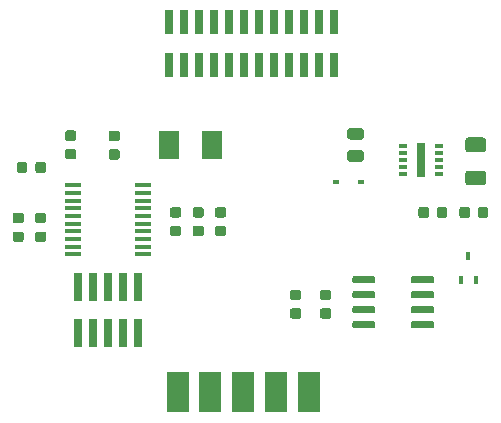
<source format=gbr>
G04 #@! TF.GenerationSoftware,KiCad,Pcbnew,(5.1.2)-1*
G04 #@! TF.CreationDate,2019-06-16T12:12:28+02:00*
G04 #@! TF.ProjectId,STM32CAN,53544d33-3243-4414-9e2e-6b696361645f,rev?*
G04 #@! TF.SameCoordinates,Original*
G04 #@! TF.FileFunction,Paste,Top*
G04 #@! TF.FilePolarity,Positive*
%FSLAX46Y46*%
G04 Gerber Fmt 4.6, Leading zero omitted, Abs format (unit mm)*
G04 Created by KiCad (PCBNEW (5.1.2)-1) date 2019-06-16 12:12:28*
%MOMM*%
%LPD*%
G04 APERTURE LIST*
%ADD10R,1.450000X0.450000*%
%ADD11R,0.750000X2.100000*%
%ADD12C,0.100000*%
%ADD13C,0.875000*%
%ADD14C,0.975000*%
%ADD15C,1.250000*%
%ADD16R,0.600000X0.450000*%
%ADD17R,0.450000X0.700000*%
%ADD18R,0.650000X0.300000*%
%ADD19R,0.700000X2.900000*%
%ADD20R,1.846667X3.480000*%
%ADD21R,0.740000X2.400000*%
%ADD22C,0.600000*%
%ADD23R,1.700000X2.400000*%
G04 APERTURE END LIST*
D10*
X23720000Y-72005000D03*
X23720000Y-72655000D03*
X23720000Y-73305000D03*
X23720000Y-73955000D03*
X23720000Y-74605000D03*
X23720000Y-75255000D03*
X23720000Y-75905000D03*
X23720000Y-76555000D03*
X23720000Y-77205000D03*
X23720000Y-77855000D03*
X29620000Y-77855000D03*
X29620000Y-77205000D03*
X29620000Y-76555000D03*
X29620000Y-75905000D03*
X29620000Y-75255000D03*
X29620000Y-74605000D03*
X29620000Y-73955000D03*
X29620000Y-73305000D03*
X29620000Y-72655000D03*
X29620000Y-72005000D03*
D11*
X31865000Y-58208000D03*
X31865000Y-61808000D03*
X33135000Y-58208000D03*
X33135000Y-61808000D03*
X34405000Y-58208000D03*
X34405000Y-61808000D03*
X35675000Y-58208000D03*
X35675000Y-61808000D03*
X36945000Y-58208000D03*
X36945000Y-61808000D03*
X38215000Y-58208000D03*
X38215000Y-61808000D03*
X39485000Y-58208000D03*
X39485000Y-61808000D03*
X40755000Y-58208000D03*
X40755000Y-61808000D03*
X42025000Y-58208000D03*
X42025000Y-61808000D03*
X43295000Y-58208000D03*
X43295000Y-61808000D03*
X44565000Y-58208000D03*
X44565000Y-61808000D03*
X45835000Y-58208000D03*
X45835000Y-61808000D03*
D12*
G36*
X19327691Y-74341053D02*
G01*
X19348926Y-74344203D01*
X19369750Y-74349419D01*
X19389962Y-74356651D01*
X19409368Y-74365830D01*
X19427781Y-74376866D01*
X19445024Y-74389654D01*
X19460930Y-74404070D01*
X19475346Y-74419976D01*
X19488134Y-74437219D01*
X19499170Y-74455632D01*
X19508349Y-74475038D01*
X19515581Y-74495250D01*
X19520797Y-74516074D01*
X19523947Y-74537309D01*
X19525000Y-74558750D01*
X19525000Y-74996250D01*
X19523947Y-75017691D01*
X19520797Y-75038926D01*
X19515581Y-75059750D01*
X19508349Y-75079962D01*
X19499170Y-75099368D01*
X19488134Y-75117781D01*
X19475346Y-75135024D01*
X19460930Y-75150930D01*
X19445024Y-75165346D01*
X19427781Y-75178134D01*
X19409368Y-75189170D01*
X19389962Y-75198349D01*
X19369750Y-75205581D01*
X19348926Y-75210797D01*
X19327691Y-75213947D01*
X19306250Y-75215000D01*
X18793750Y-75215000D01*
X18772309Y-75213947D01*
X18751074Y-75210797D01*
X18730250Y-75205581D01*
X18710038Y-75198349D01*
X18690632Y-75189170D01*
X18672219Y-75178134D01*
X18654976Y-75165346D01*
X18639070Y-75150930D01*
X18624654Y-75135024D01*
X18611866Y-75117781D01*
X18600830Y-75099368D01*
X18591651Y-75079962D01*
X18584419Y-75059750D01*
X18579203Y-75038926D01*
X18576053Y-75017691D01*
X18575000Y-74996250D01*
X18575000Y-74558750D01*
X18576053Y-74537309D01*
X18579203Y-74516074D01*
X18584419Y-74495250D01*
X18591651Y-74475038D01*
X18600830Y-74455632D01*
X18611866Y-74437219D01*
X18624654Y-74419976D01*
X18639070Y-74404070D01*
X18654976Y-74389654D01*
X18672219Y-74376866D01*
X18690632Y-74365830D01*
X18710038Y-74356651D01*
X18730250Y-74349419D01*
X18751074Y-74344203D01*
X18772309Y-74341053D01*
X18793750Y-74340000D01*
X19306250Y-74340000D01*
X19327691Y-74341053D01*
X19327691Y-74341053D01*
G37*
D13*
X19050000Y-74777500D03*
D12*
G36*
X19327691Y-75916053D02*
G01*
X19348926Y-75919203D01*
X19369750Y-75924419D01*
X19389962Y-75931651D01*
X19409368Y-75940830D01*
X19427781Y-75951866D01*
X19445024Y-75964654D01*
X19460930Y-75979070D01*
X19475346Y-75994976D01*
X19488134Y-76012219D01*
X19499170Y-76030632D01*
X19508349Y-76050038D01*
X19515581Y-76070250D01*
X19520797Y-76091074D01*
X19523947Y-76112309D01*
X19525000Y-76133750D01*
X19525000Y-76571250D01*
X19523947Y-76592691D01*
X19520797Y-76613926D01*
X19515581Y-76634750D01*
X19508349Y-76654962D01*
X19499170Y-76674368D01*
X19488134Y-76692781D01*
X19475346Y-76710024D01*
X19460930Y-76725930D01*
X19445024Y-76740346D01*
X19427781Y-76753134D01*
X19409368Y-76764170D01*
X19389962Y-76773349D01*
X19369750Y-76780581D01*
X19348926Y-76785797D01*
X19327691Y-76788947D01*
X19306250Y-76790000D01*
X18793750Y-76790000D01*
X18772309Y-76788947D01*
X18751074Y-76785797D01*
X18730250Y-76780581D01*
X18710038Y-76773349D01*
X18690632Y-76764170D01*
X18672219Y-76753134D01*
X18654976Y-76740346D01*
X18639070Y-76725930D01*
X18624654Y-76710024D01*
X18611866Y-76692781D01*
X18600830Y-76674368D01*
X18591651Y-76654962D01*
X18584419Y-76634750D01*
X18579203Y-76613926D01*
X18576053Y-76592691D01*
X18575000Y-76571250D01*
X18575000Y-76133750D01*
X18576053Y-76112309D01*
X18579203Y-76091074D01*
X18584419Y-76070250D01*
X18591651Y-76050038D01*
X18600830Y-76030632D01*
X18611866Y-76012219D01*
X18624654Y-75994976D01*
X18639070Y-75979070D01*
X18654976Y-75964654D01*
X18672219Y-75951866D01*
X18690632Y-75940830D01*
X18710038Y-75931651D01*
X18730250Y-75924419D01*
X18751074Y-75919203D01*
X18772309Y-75916053D01*
X18793750Y-75915000D01*
X19306250Y-75915000D01*
X19327691Y-75916053D01*
X19327691Y-75916053D01*
G37*
D13*
X19050000Y-76352500D03*
D12*
G36*
X21232691Y-75916053D02*
G01*
X21253926Y-75919203D01*
X21274750Y-75924419D01*
X21294962Y-75931651D01*
X21314368Y-75940830D01*
X21332781Y-75951866D01*
X21350024Y-75964654D01*
X21365930Y-75979070D01*
X21380346Y-75994976D01*
X21393134Y-76012219D01*
X21404170Y-76030632D01*
X21413349Y-76050038D01*
X21420581Y-76070250D01*
X21425797Y-76091074D01*
X21428947Y-76112309D01*
X21430000Y-76133750D01*
X21430000Y-76571250D01*
X21428947Y-76592691D01*
X21425797Y-76613926D01*
X21420581Y-76634750D01*
X21413349Y-76654962D01*
X21404170Y-76674368D01*
X21393134Y-76692781D01*
X21380346Y-76710024D01*
X21365930Y-76725930D01*
X21350024Y-76740346D01*
X21332781Y-76753134D01*
X21314368Y-76764170D01*
X21294962Y-76773349D01*
X21274750Y-76780581D01*
X21253926Y-76785797D01*
X21232691Y-76788947D01*
X21211250Y-76790000D01*
X20698750Y-76790000D01*
X20677309Y-76788947D01*
X20656074Y-76785797D01*
X20635250Y-76780581D01*
X20615038Y-76773349D01*
X20595632Y-76764170D01*
X20577219Y-76753134D01*
X20559976Y-76740346D01*
X20544070Y-76725930D01*
X20529654Y-76710024D01*
X20516866Y-76692781D01*
X20505830Y-76674368D01*
X20496651Y-76654962D01*
X20489419Y-76634750D01*
X20484203Y-76613926D01*
X20481053Y-76592691D01*
X20480000Y-76571250D01*
X20480000Y-76133750D01*
X20481053Y-76112309D01*
X20484203Y-76091074D01*
X20489419Y-76070250D01*
X20496651Y-76050038D01*
X20505830Y-76030632D01*
X20516866Y-76012219D01*
X20529654Y-75994976D01*
X20544070Y-75979070D01*
X20559976Y-75964654D01*
X20577219Y-75951866D01*
X20595632Y-75940830D01*
X20615038Y-75931651D01*
X20635250Y-75924419D01*
X20656074Y-75919203D01*
X20677309Y-75916053D01*
X20698750Y-75915000D01*
X21211250Y-75915000D01*
X21232691Y-75916053D01*
X21232691Y-75916053D01*
G37*
D13*
X20955000Y-76352500D03*
D12*
G36*
X21232691Y-74341053D02*
G01*
X21253926Y-74344203D01*
X21274750Y-74349419D01*
X21294962Y-74356651D01*
X21314368Y-74365830D01*
X21332781Y-74376866D01*
X21350024Y-74389654D01*
X21365930Y-74404070D01*
X21380346Y-74419976D01*
X21393134Y-74437219D01*
X21404170Y-74455632D01*
X21413349Y-74475038D01*
X21420581Y-74495250D01*
X21425797Y-74516074D01*
X21428947Y-74537309D01*
X21430000Y-74558750D01*
X21430000Y-74996250D01*
X21428947Y-75017691D01*
X21425797Y-75038926D01*
X21420581Y-75059750D01*
X21413349Y-75079962D01*
X21404170Y-75099368D01*
X21393134Y-75117781D01*
X21380346Y-75135024D01*
X21365930Y-75150930D01*
X21350024Y-75165346D01*
X21332781Y-75178134D01*
X21314368Y-75189170D01*
X21294962Y-75198349D01*
X21274750Y-75205581D01*
X21253926Y-75210797D01*
X21232691Y-75213947D01*
X21211250Y-75215000D01*
X20698750Y-75215000D01*
X20677309Y-75213947D01*
X20656074Y-75210797D01*
X20635250Y-75205581D01*
X20615038Y-75198349D01*
X20595632Y-75189170D01*
X20577219Y-75178134D01*
X20559976Y-75165346D01*
X20544070Y-75150930D01*
X20529654Y-75135024D01*
X20516866Y-75117781D01*
X20505830Y-75099368D01*
X20496651Y-75079962D01*
X20489419Y-75059750D01*
X20484203Y-75038926D01*
X20481053Y-75017691D01*
X20480000Y-74996250D01*
X20480000Y-74558750D01*
X20481053Y-74537309D01*
X20484203Y-74516074D01*
X20489419Y-74495250D01*
X20496651Y-74475038D01*
X20505830Y-74455632D01*
X20516866Y-74437219D01*
X20529654Y-74419976D01*
X20544070Y-74404070D01*
X20559976Y-74389654D01*
X20577219Y-74376866D01*
X20595632Y-74365830D01*
X20615038Y-74356651D01*
X20635250Y-74349419D01*
X20656074Y-74344203D01*
X20677309Y-74341053D01*
X20698750Y-74340000D01*
X21211250Y-74340000D01*
X21232691Y-74341053D01*
X21232691Y-74341053D01*
G37*
D13*
X20955000Y-74777500D03*
D12*
G36*
X32662691Y-73858553D02*
G01*
X32683926Y-73861703D01*
X32704750Y-73866919D01*
X32724962Y-73874151D01*
X32744368Y-73883330D01*
X32762781Y-73894366D01*
X32780024Y-73907154D01*
X32795930Y-73921570D01*
X32810346Y-73937476D01*
X32823134Y-73954719D01*
X32834170Y-73973132D01*
X32843349Y-73992538D01*
X32850581Y-74012750D01*
X32855797Y-74033574D01*
X32858947Y-74054809D01*
X32860000Y-74076250D01*
X32860000Y-74513750D01*
X32858947Y-74535191D01*
X32855797Y-74556426D01*
X32850581Y-74577250D01*
X32843349Y-74597462D01*
X32834170Y-74616868D01*
X32823134Y-74635281D01*
X32810346Y-74652524D01*
X32795930Y-74668430D01*
X32780024Y-74682846D01*
X32762781Y-74695634D01*
X32744368Y-74706670D01*
X32724962Y-74715849D01*
X32704750Y-74723081D01*
X32683926Y-74728297D01*
X32662691Y-74731447D01*
X32641250Y-74732500D01*
X32128750Y-74732500D01*
X32107309Y-74731447D01*
X32086074Y-74728297D01*
X32065250Y-74723081D01*
X32045038Y-74715849D01*
X32025632Y-74706670D01*
X32007219Y-74695634D01*
X31989976Y-74682846D01*
X31974070Y-74668430D01*
X31959654Y-74652524D01*
X31946866Y-74635281D01*
X31935830Y-74616868D01*
X31926651Y-74597462D01*
X31919419Y-74577250D01*
X31914203Y-74556426D01*
X31911053Y-74535191D01*
X31910000Y-74513750D01*
X31910000Y-74076250D01*
X31911053Y-74054809D01*
X31914203Y-74033574D01*
X31919419Y-74012750D01*
X31926651Y-73992538D01*
X31935830Y-73973132D01*
X31946866Y-73954719D01*
X31959654Y-73937476D01*
X31974070Y-73921570D01*
X31989976Y-73907154D01*
X32007219Y-73894366D01*
X32025632Y-73883330D01*
X32045038Y-73874151D01*
X32065250Y-73866919D01*
X32086074Y-73861703D01*
X32107309Y-73858553D01*
X32128750Y-73857500D01*
X32641250Y-73857500D01*
X32662691Y-73858553D01*
X32662691Y-73858553D01*
G37*
D13*
X32385000Y-74295000D03*
D12*
G36*
X32662691Y-75433553D02*
G01*
X32683926Y-75436703D01*
X32704750Y-75441919D01*
X32724962Y-75449151D01*
X32744368Y-75458330D01*
X32762781Y-75469366D01*
X32780024Y-75482154D01*
X32795930Y-75496570D01*
X32810346Y-75512476D01*
X32823134Y-75529719D01*
X32834170Y-75548132D01*
X32843349Y-75567538D01*
X32850581Y-75587750D01*
X32855797Y-75608574D01*
X32858947Y-75629809D01*
X32860000Y-75651250D01*
X32860000Y-76088750D01*
X32858947Y-76110191D01*
X32855797Y-76131426D01*
X32850581Y-76152250D01*
X32843349Y-76172462D01*
X32834170Y-76191868D01*
X32823134Y-76210281D01*
X32810346Y-76227524D01*
X32795930Y-76243430D01*
X32780024Y-76257846D01*
X32762781Y-76270634D01*
X32744368Y-76281670D01*
X32724962Y-76290849D01*
X32704750Y-76298081D01*
X32683926Y-76303297D01*
X32662691Y-76306447D01*
X32641250Y-76307500D01*
X32128750Y-76307500D01*
X32107309Y-76306447D01*
X32086074Y-76303297D01*
X32065250Y-76298081D01*
X32045038Y-76290849D01*
X32025632Y-76281670D01*
X32007219Y-76270634D01*
X31989976Y-76257846D01*
X31974070Y-76243430D01*
X31959654Y-76227524D01*
X31946866Y-76210281D01*
X31935830Y-76191868D01*
X31926651Y-76172462D01*
X31919419Y-76152250D01*
X31914203Y-76131426D01*
X31911053Y-76110191D01*
X31910000Y-76088750D01*
X31910000Y-75651250D01*
X31911053Y-75629809D01*
X31914203Y-75608574D01*
X31919419Y-75587750D01*
X31926651Y-75567538D01*
X31935830Y-75548132D01*
X31946866Y-75529719D01*
X31959654Y-75512476D01*
X31974070Y-75496570D01*
X31989976Y-75482154D01*
X32007219Y-75469366D01*
X32025632Y-75458330D01*
X32045038Y-75449151D01*
X32065250Y-75441919D01*
X32086074Y-75436703D01*
X32107309Y-75433553D01*
X32128750Y-75432500D01*
X32641250Y-75432500D01*
X32662691Y-75433553D01*
X32662691Y-75433553D01*
G37*
D13*
X32385000Y-75870000D03*
D12*
G36*
X34567691Y-75433553D02*
G01*
X34588926Y-75436703D01*
X34609750Y-75441919D01*
X34629962Y-75449151D01*
X34649368Y-75458330D01*
X34667781Y-75469366D01*
X34685024Y-75482154D01*
X34700930Y-75496570D01*
X34715346Y-75512476D01*
X34728134Y-75529719D01*
X34739170Y-75548132D01*
X34748349Y-75567538D01*
X34755581Y-75587750D01*
X34760797Y-75608574D01*
X34763947Y-75629809D01*
X34765000Y-75651250D01*
X34765000Y-76088750D01*
X34763947Y-76110191D01*
X34760797Y-76131426D01*
X34755581Y-76152250D01*
X34748349Y-76172462D01*
X34739170Y-76191868D01*
X34728134Y-76210281D01*
X34715346Y-76227524D01*
X34700930Y-76243430D01*
X34685024Y-76257846D01*
X34667781Y-76270634D01*
X34649368Y-76281670D01*
X34629962Y-76290849D01*
X34609750Y-76298081D01*
X34588926Y-76303297D01*
X34567691Y-76306447D01*
X34546250Y-76307500D01*
X34033750Y-76307500D01*
X34012309Y-76306447D01*
X33991074Y-76303297D01*
X33970250Y-76298081D01*
X33950038Y-76290849D01*
X33930632Y-76281670D01*
X33912219Y-76270634D01*
X33894976Y-76257846D01*
X33879070Y-76243430D01*
X33864654Y-76227524D01*
X33851866Y-76210281D01*
X33840830Y-76191868D01*
X33831651Y-76172462D01*
X33824419Y-76152250D01*
X33819203Y-76131426D01*
X33816053Y-76110191D01*
X33815000Y-76088750D01*
X33815000Y-75651250D01*
X33816053Y-75629809D01*
X33819203Y-75608574D01*
X33824419Y-75587750D01*
X33831651Y-75567538D01*
X33840830Y-75548132D01*
X33851866Y-75529719D01*
X33864654Y-75512476D01*
X33879070Y-75496570D01*
X33894976Y-75482154D01*
X33912219Y-75469366D01*
X33930632Y-75458330D01*
X33950038Y-75449151D01*
X33970250Y-75441919D01*
X33991074Y-75436703D01*
X34012309Y-75433553D01*
X34033750Y-75432500D01*
X34546250Y-75432500D01*
X34567691Y-75433553D01*
X34567691Y-75433553D01*
G37*
D13*
X34290000Y-75870000D03*
D12*
G36*
X34567691Y-73858553D02*
G01*
X34588926Y-73861703D01*
X34609750Y-73866919D01*
X34629962Y-73874151D01*
X34649368Y-73883330D01*
X34667781Y-73894366D01*
X34685024Y-73907154D01*
X34700930Y-73921570D01*
X34715346Y-73937476D01*
X34728134Y-73954719D01*
X34739170Y-73973132D01*
X34748349Y-73992538D01*
X34755581Y-74012750D01*
X34760797Y-74033574D01*
X34763947Y-74054809D01*
X34765000Y-74076250D01*
X34765000Y-74513750D01*
X34763947Y-74535191D01*
X34760797Y-74556426D01*
X34755581Y-74577250D01*
X34748349Y-74597462D01*
X34739170Y-74616868D01*
X34728134Y-74635281D01*
X34715346Y-74652524D01*
X34700930Y-74668430D01*
X34685024Y-74682846D01*
X34667781Y-74695634D01*
X34649368Y-74706670D01*
X34629962Y-74715849D01*
X34609750Y-74723081D01*
X34588926Y-74728297D01*
X34567691Y-74731447D01*
X34546250Y-74732500D01*
X34033750Y-74732500D01*
X34012309Y-74731447D01*
X33991074Y-74728297D01*
X33970250Y-74723081D01*
X33950038Y-74715849D01*
X33930632Y-74706670D01*
X33912219Y-74695634D01*
X33894976Y-74682846D01*
X33879070Y-74668430D01*
X33864654Y-74652524D01*
X33851866Y-74635281D01*
X33840830Y-74616868D01*
X33831651Y-74597462D01*
X33824419Y-74577250D01*
X33819203Y-74556426D01*
X33816053Y-74535191D01*
X33815000Y-74513750D01*
X33815000Y-74076250D01*
X33816053Y-74054809D01*
X33819203Y-74033574D01*
X33824419Y-74012750D01*
X33831651Y-73992538D01*
X33840830Y-73973132D01*
X33851866Y-73954719D01*
X33864654Y-73937476D01*
X33879070Y-73921570D01*
X33894976Y-73907154D01*
X33912219Y-73894366D01*
X33930632Y-73883330D01*
X33950038Y-73874151D01*
X33970250Y-73866919D01*
X33991074Y-73861703D01*
X34012309Y-73858553D01*
X34033750Y-73857500D01*
X34546250Y-73857500D01*
X34567691Y-73858553D01*
X34567691Y-73858553D01*
G37*
D13*
X34290000Y-74295000D03*
D12*
G36*
X36472691Y-73858553D02*
G01*
X36493926Y-73861703D01*
X36514750Y-73866919D01*
X36534962Y-73874151D01*
X36554368Y-73883330D01*
X36572781Y-73894366D01*
X36590024Y-73907154D01*
X36605930Y-73921570D01*
X36620346Y-73937476D01*
X36633134Y-73954719D01*
X36644170Y-73973132D01*
X36653349Y-73992538D01*
X36660581Y-74012750D01*
X36665797Y-74033574D01*
X36668947Y-74054809D01*
X36670000Y-74076250D01*
X36670000Y-74513750D01*
X36668947Y-74535191D01*
X36665797Y-74556426D01*
X36660581Y-74577250D01*
X36653349Y-74597462D01*
X36644170Y-74616868D01*
X36633134Y-74635281D01*
X36620346Y-74652524D01*
X36605930Y-74668430D01*
X36590024Y-74682846D01*
X36572781Y-74695634D01*
X36554368Y-74706670D01*
X36534962Y-74715849D01*
X36514750Y-74723081D01*
X36493926Y-74728297D01*
X36472691Y-74731447D01*
X36451250Y-74732500D01*
X35938750Y-74732500D01*
X35917309Y-74731447D01*
X35896074Y-74728297D01*
X35875250Y-74723081D01*
X35855038Y-74715849D01*
X35835632Y-74706670D01*
X35817219Y-74695634D01*
X35799976Y-74682846D01*
X35784070Y-74668430D01*
X35769654Y-74652524D01*
X35756866Y-74635281D01*
X35745830Y-74616868D01*
X35736651Y-74597462D01*
X35729419Y-74577250D01*
X35724203Y-74556426D01*
X35721053Y-74535191D01*
X35720000Y-74513750D01*
X35720000Y-74076250D01*
X35721053Y-74054809D01*
X35724203Y-74033574D01*
X35729419Y-74012750D01*
X35736651Y-73992538D01*
X35745830Y-73973132D01*
X35756866Y-73954719D01*
X35769654Y-73937476D01*
X35784070Y-73921570D01*
X35799976Y-73907154D01*
X35817219Y-73894366D01*
X35835632Y-73883330D01*
X35855038Y-73874151D01*
X35875250Y-73866919D01*
X35896074Y-73861703D01*
X35917309Y-73858553D01*
X35938750Y-73857500D01*
X36451250Y-73857500D01*
X36472691Y-73858553D01*
X36472691Y-73858553D01*
G37*
D13*
X36195000Y-74295000D03*
D12*
G36*
X36472691Y-75433553D02*
G01*
X36493926Y-75436703D01*
X36514750Y-75441919D01*
X36534962Y-75449151D01*
X36554368Y-75458330D01*
X36572781Y-75469366D01*
X36590024Y-75482154D01*
X36605930Y-75496570D01*
X36620346Y-75512476D01*
X36633134Y-75529719D01*
X36644170Y-75548132D01*
X36653349Y-75567538D01*
X36660581Y-75587750D01*
X36665797Y-75608574D01*
X36668947Y-75629809D01*
X36670000Y-75651250D01*
X36670000Y-76088750D01*
X36668947Y-76110191D01*
X36665797Y-76131426D01*
X36660581Y-76152250D01*
X36653349Y-76172462D01*
X36644170Y-76191868D01*
X36633134Y-76210281D01*
X36620346Y-76227524D01*
X36605930Y-76243430D01*
X36590024Y-76257846D01*
X36572781Y-76270634D01*
X36554368Y-76281670D01*
X36534962Y-76290849D01*
X36514750Y-76298081D01*
X36493926Y-76303297D01*
X36472691Y-76306447D01*
X36451250Y-76307500D01*
X35938750Y-76307500D01*
X35917309Y-76306447D01*
X35896074Y-76303297D01*
X35875250Y-76298081D01*
X35855038Y-76290849D01*
X35835632Y-76281670D01*
X35817219Y-76270634D01*
X35799976Y-76257846D01*
X35784070Y-76243430D01*
X35769654Y-76227524D01*
X35756866Y-76210281D01*
X35745830Y-76191868D01*
X35736651Y-76172462D01*
X35729419Y-76152250D01*
X35724203Y-76131426D01*
X35721053Y-76110191D01*
X35720000Y-76088750D01*
X35720000Y-75651250D01*
X35721053Y-75629809D01*
X35724203Y-75608574D01*
X35729419Y-75587750D01*
X35736651Y-75567538D01*
X35745830Y-75548132D01*
X35756866Y-75529719D01*
X35769654Y-75512476D01*
X35784070Y-75496570D01*
X35799976Y-75482154D01*
X35817219Y-75469366D01*
X35835632Y-75458330D01*
X35855038Y-75449151D01*
X35875250Y-75441919D01*
X35896074Y-75436703D01*
X35917309Y-75433553D01*
X35938750Y-75432500D01*
X36451250Y-75432500D01*
X36472691Y-75433553D01*
X36472691Y-75433553D01*
G37*
D13*
X36195000Y-75870000D03*
D12*
G36*
X27455691Y-67381553D02*
G01*
X27476926Y-67384703D01*
X27497750Y-67389919D01*
X27517962Y-67397151D01*
X27537368Y-67406330D01*
X27555781Y-67417366D01*
X27573024Y-67430154D01*
X27588930Y-67444570D01*
X27603346Y-67460476D01*
X27616134Y-67477719D01*
X27627170Y-67496132D01*
X27636349Y-67515538D01*
X27643581Y-67535750D01*
X27648797Y-67556574D01*
X27651947Y-67577809D01*
X27653000Y-67599250D01*
X27653000Y-68036750D01*
X27651947Y-68058191D01*
X27648797Y-68079426D01*
X27643581Y-68100250D01*
X27636349Y-68120462D01*
X27627170Y-68139868D01*
X27616134Y-68158281D01*
X27603346Y-68175524D01*
X27588930Y-68191430D01*
X27573024Y-68205846D01*
X27555781Y-68218634D01*
X27537368Y-68229670D01*
X27517962Y-68238849D01*
X27497750Y-68246081D01*
X27476926Y-68251297D01*
X27455691Y-68254447D01*
X27434250Y-68255500D01*
X26921750Y-68255500D01*
X26900309Y-68254447D01*
X26879074Y-68251297D01*
X26858250Y-68246081D01*
X26838038Y-68238849D01*
X26818632Y-68229670D01*
X26800219Y-68218634D01*
X26782976Y-68205846D01*
X26767070Y-68191430D01*
X26752654Y-68175524D01*
X26739866Y-68158281D01*
X26728830Y-68139868D01*
X26719651Y-68120462D01*
X26712419Y-68100250D01*
X26707203Y-68079426D01*
X26704053Y-68058191D01*
X26703000Y-68036750D01*
X26703000Y-67599250D01*
X26704053Y-67577809D01*
X26707203Y-67556574D01*
X26712419Y-67535750D01*
X26719651Y-67515538D01*
X26728830Y-67496132D01*
X26739866Y-67477719D01*
X26752654Y-67460476D01*
X26767070Y-67444570D01*
X26782976Y-67430154D01*
X26800219Y-67417366D01*
X26818632Y-67406330D01*
X26838038Y-67397151D01*
X26858250Y-67389919D01*
X26879074Y-67384703D01*
X26900309Y-67381553D01*
X26921750Y-67380500D01*
X27434250Y-67380500D01*
X27455691Y-67381553D01*
X27455691Y-67381553D01*
G37*
D13*
X27178000Y-67818000D03*
D12*
G36*
X27455691Y-68956553D02*
G01*
X27476926Y-68959703D01*
X27497750Y-68964919D01*
X27517962Y-68972151D01*
X27537368Y-68981330D01*
X27555781Y-68992366D01*
X27573024Y-69005154D01*
X27588930Y-69019570D01*
X27603346Y-69035476D01*
X27616134Y-69052719D01*
X27627170Y-69071132D01*
X27636349Y-69090538D01*
X27643581Y-69110750D01*
X27648797Y-69131574D01*
X27651947Y-69152809D01*
X27653000Y-69174250D01*
X27653000Y-69611750D01*
X27651947Y-69633191D01*
X27648797Y-69654426D01*
X27643581Y-69675250D01*
X27636349Y-69695462D01*
X27627170Y-69714868D01*
X27616134Y-69733281D01*
X27603346Y-69750524D01*
X27588930Y-69766430D01*
X27573024Y-69780846D01*
X27555781Y-69793634D01*
X27537368Y-69804670D01*
X27517962Y-69813849D01*
X27497750Y-69821081D01*
X27476926Y-69826297D01*
X27455691Y-69829447D01*
X27434250Y-69830500D01*
X26921750Y-69830500D01*
X26900309Y-69829447D01*
X26879074Y-69826297D01*
X26858250Y-69821081D01*
X26838038Y-69813849D01*
X26818632Y-69804670D01*
X26800219Y-69793634D01*
X26782976Y-69780846D01*
X26767070Y-69766430D01*
X26752654Y-69750524D01*
X26739866Y-69733281D01*
X26728830Y-69714868D01*
X26719651Y-69695462D01*
X26712419Y-69675250D01*
X26707203Y-69654426D01*
X26704053Y-69633191D01*
X26703000Y-69611750D01*
X26703000Y-69174250D01*
X26704053Y-69152809D01*
X26707203Y-69131574D01*
X26712419Y-69110750D01*
X26719651Y-69090538D01*
X26728830Y-69071132D01*
X26739866Y-69052719D01*
X26752654Y-69035476D01*
X26767070Y-69019570D01*
X26782976Y-69005154D01*
X26800219Y-68992366D01*
X26818632Y-68981330D01*
X26838038Y-68972151D01*
X26858250Y-68964919D01*
X26879074Y-68959703D01*
X26900309Y-68956553D01*
X26921750Y-68955500D01*
X27434250Y-68955500D01*
X27455691Y-68956553D01*
X27455691Y-68956553D01*
G37*
D13*
X27178000Y-69393000D03*
D12*
G36*
X23772691Y-67356053D02*
G01*
X23793926Y-67359203D01*
X23814750Y-67364419D01*
X23834962Y-67371651D01*
X23854368Y-67380830D01*
X23872781Y-67391866D01*
X23890024Y-67404654D01*
X23905930Y-67419070D01*
X23920346Y-67434976D01*
X23933134Y-67452219D01*
X23944170Y-67470632D01*
X23953349Y-67490038D01*
X23960581Y-67510250D01*
X23965797Y-67531074D01*
X23968947Y-67552309D01*
X23970000Y-67573750D01*
X23970000Y-68011250D01*
X23968947Y-68032691D01*
X23965797Y-68053926D01*
X23960581Y-68074750D01*
X23953349Y-68094962D01*
X23944170Y-68114368D01*
X23933134Y-68132781D01*
X23920346Y-68150024D01*
X23905930Y-68165930D01*
X23890024Y-68180346D01*
X23872781Y-68193134D01*
X23854368Y-68204170D01*
X23834962Y-68213349D01*
X23814750Y-68220581D01*
X23793926Y-68225797D01*
X23772691Y-68228947D01*
X23751250Y-68230000D01*
X23238750Y-68230000D01*
X23217309Y-68228947D01*
X23196074Y-68225797D01*
X23175250Y-68220581D01*
X23155038Y-68213349D01*
X23135632Y-68204170D01*
X23117219Y-68193134D01*
X23099976Y-68180346D01*
X23084070Y-68165930D01*
X23069654Y-68150024D01*
X23056866Y-68132781D01*
X23045830Y-68114368D01*
X23036651Y-68094962D01*
X23029419Y-68074750D01*
X23024203Y-68053926D01*
X23021053Y-68032691D01*
X23020000Y-68011250D01*
X23020000Y-67573750D01*
X23021053Y-67552309D01*
X23024203Y-67531074D01*
X23029419Y-67510250D01*
X23036651Y-67490038D01*
X23045830Y-67470632D01*
X23056866Y-67452219D01*
X23069654Y-67434976D01*
X23084070Y-67419070D01*
X23099976Y-67404654D01*
X23117219Y-67391866D01*
X23135632Y-67380830D01*
X23155038Y-67371651D01*
X23175250Y-67364419D01*
X23196074Y-67359203D01*
X23217309Y-67356053D01*
X23238750Y-67355000D01*
X23751250Y-67355000D01*
X23772691Y-67356053D01*
X23772691Y-67356053D01*
G37*
D13*
X23495000Y-67792500D03*
D12*
G36*
X23772691Y-68931053D02*
G01*
X23793926Y-68934203D01*
X23814750Y-68939419D01*
X23834962Y-68946651D01*
X23854368Y-68955830D01*
X23872781Y-68966866D01*
X23890024Y-68979654D01*
X23905930Y-68994070D01*
X23920346Y-69009976D01*
X23933134Y-69027219D01*
X23944170Y-69045632D01*
X23953349Y-69065038D01*
X23960581Y-69085250D01*
X23965797Y-69106074D01*
X23968947Y-69127309D01*
X23970000Y-69148750D01*
X23970000Y-69586250D01*
X23968947Y-69607691D01*
X23965797Y-69628926D01*
X23960581Y-69649750D01*
X23953349Y-69669962D01*
X23944170Y-69689368D01*
X23933134Y-69707781D01*
X23920346Y-69725024D01*
X23905930Y-69740930D01*
X23890024Y-69755346D01*
X23872781Y-69768134D01*
X23854368Y-69779170D01*
X23834962Y-69788349D01*
X23814750Y-69795581D01*
X23793926Y-69800797D01*
X23772691Y-69803947D01*
X23751250Y-69805000D01*
X23238750Y-69805000D01*
X23217309Y-69803947D01*
X23196074Y-69800797D01*
X23175250Y-69795581D01*
X23155038Y-69788349D01*
X23135632Y-69779170D01*
X23117219Y-69768134D01*
X23099976Y-69755346D01*
X23084070Y-69740930D01*
X23069654Y-69725024D01*
X23056866Y-69707781D01*
X23045830Y-69689368D01*
X23036651Y-69669962D01*
X23029419Y-69649750D01*
X23024203Y-69628926D01*
X23021053Y-69607691D01*
X23020000Y-69586250D01*
X23020000Y-69148750D01*
X23021053Y-69127309D01*
X23024203Y-69106074D01*
X23029419Y-69085250D01*
X23036651Y-69065038D01*
X23045830Y-69045632D01*
X23056866Y-69027219D01*
X23069654Y-69009976D01*
X23084070Y-68994070D01*
X23099976Y-68979654D01*
X23117219Y-68966866D01*
X23135632Y-68955830D01*
X23155038Y-68946651D01*
X23175250Y-68939419D01*
X23196074Y-68934203D01*
X23217309Y-68931053D01*
X23238750Y-68930000D01*
X23751250Y-68930000D01*
X23772691Y-68931053D01*
X23772691Y-68931053D01*
G37*
D13*
X23495000Y-69367500D03*
D12*
G36*
X45362691Y-82418553D02*
G01*
X45383926Y-82421703D01*
X45404750Y-82426919D01*
X45424962Y-82434151D01*
X45444368Y-82443330D01*
X45462781Y-82454366D01*
X45480024Y-82467154D01*
X45495930Y-82481570D01*
X45510346Y-82497476D01*
X45523134Y-82514719D01*
X45534170Y-82533132D01*
X45543349Y-82552538D01*
X45550581Y-82572750D01*
X45555797Y-82593574D01*
X45558947Y-82614809D01*
X45560000Y-82636250D01*
X45560000Y-83073750D01*
X45558947Y-83095191D01*
X45555797Y-83116426D01*
X45550581Y-83137250D01*
X45543349Y-83157462D01*
X45534170Y-83176868D01*
X45523134Y-83195281D01*
X45510346Y-83212524D01*
X45495930Y-83228430D01*
X45480024Y-83242846D01*
X45462781Y-83255634D01*
X45444368Y-83266670D01*
X45424962Y-83275849D01*
X45404750Y-83283081D01*
X45383926Y-83288297D01*
X45362691Y-83291447D01*
X45341250Y-83292500D01*
X44828750Y-83292500D01*
X44807309Y-83291447D01*
X44786074Y-83288297D01*
X44765250Y-83283081D01*
X44745038Y-83275849D01*
X44725632Y-83266670D01*
X44707219Y-83255634D01*
X44689976Y-83242846D01*
X44674070Y-83228430D01*
X44659654Y-83212524D01*
X44646866Y-83195281D01*
X44635830Y-83176868D01*
X44626651Y-83157462D01*
X44619419Y-83137250D01*
X44614203Y-83116426D01*
X44611053Y-83095191D01*
X44610000Y-83073750D01*
X44610000Y-82636250D01*
X44611053Y-82614809D01*
X44614203Y-82593574D01*
X44619419Y-82572750D01*
X44626651Y-82552538D01*
X44635830Y-82533132D01*
X44646866Y-82514719D01*
X44659654Y-82497476D01*
X44674070Y-82481570D01*
X44689976Y-82467154D01*
X44707219Y-82454366D01*
X44725632Y-82443330D01*
X44745038Y-82434151D01*
X44765250Y-82426919D01*
X44786074Y-82421703D01*
X44807309Y-82418553D01*
X44828750Y-82417500D01*
X45341250Y-82417500D01*
X45362691Y-82418553D01*
X45362691Y-82418553D01*
G37*
D13*
X45085000Y-82855000D03*
D12*
G36*
X45362691Y-80843553D02*
G01*
X45383926Y-80846703D01*
X45404750Y-80851919D01*
X45424962Y-80859151D01*
X45444368Y-80868330D01*
X45462781Y-80879366D01*
X45480024Y-80892154D01*
X45495930Y-80906570D01*
X45510346Y-80922476D01*
X45523134Y-80939719D01*
X45534170Y-80958132D01*
X45543349Y-80977538D01*
X45550581Y-80997750D01*
X45555797Y-81018574D01*
X45558947Y-81039809D01*
X45560000Y-81061250D01*
X45560000Y-81498750D01*
X45558947Y-81520191D01*
X45555797Y-81541426D01*
X45550581Y-81562250D01*
X45543349Y-81582462D01*
X45534170Y-81601868D01*
X45523134Y-81620281D01*
X45510346Y-81637524D01*
X45495930Y-81653430D01*
X45480024Y-81667846D01*
X45462781Y-81680634D01*
X45444368Y-81691670D01*
X45424962Y-81700849D01*
X45404750Y-81708081D01*
X45383926Y-81713297D01*
X45362691Y-81716447D01*
X45341250Y-81717500D01*
X44828750Y-81717500D01*
X44807309Y-81716447D01*
X44786074Y-81713297D01*
X44765250Y-81708081D01*
X44745038Y-81700849D01*
X44725632Y-81691670D01*
X44707219Y-81680634D01*
X44689976Y-81667846D01*
X44674070Y-81653430D01*
X44659654Y-81637524D01*
X44646866Y-81620281D01*
X44635830Y-81601868D01*
X44626651Y-81582462D01*
X44619419Y-81562250D01*
X44614203Y-81541426D01*
X44611053Y-81520191D01*
X44610000Y-81498750D01*
X44610000Y-81061250D01*
X44611053Y-81039809D01*
X44614203Y-81018574D01*
X44619419Y-80997750D01*
X44626651Y-80977538D01*
X44635830Y-80958132D01*
X44646866Y-80939719D01*
X44659654Y-80922476D01*
X44674070Y-80906570D01*
X44689976Y-80892154D01*
X44707219Y-80879366D01*
X44725632Y-80868330D01*
X44745038Y-80859151D01*
X44765250Y-80851919D01*
X44786074Y-80846703D01*
X44807309Y-80843553D01*
X44828750Y-80842500D01*
X45341250Y-80842500D01*
X45362691Y-80843553D01*
X45362691Y-80843553D01*
G37*
D13*
X45085000Y-81280000D03*
D12*
G36*
X48105142Y-69031174D02*
G01*
X48128803Y-69034684D01*
X48152007Y-69040496D01*
X48174529Y-69048554D01*
X48196153Y-69058782D01*
X48216670Y-69071079D01*
X48235883Y-69085329D01*
X48253607Y-69101393D01*
X48269671Y-69119117D01*
X48283921Y-69138330D01*
X48296218Y-69158847D01*
X48306446Y-69180471D01*
X48314504Y-69202993D01*
X48320316Y-69226197D01*
X48323826Y-69249858D01*
X48325000Y-69273750D01*
X48325000Y-69761250D01*
X48323826Y-69785142D01*
X48320316Y-69808803D01*
X48314504Y-69832007D01*
X48306446Y-69854529D01*
X48296218Y-69876153D01*
X48283921Y-69896670D01*
X48269671Y-69915883D01*
X48253607Y-69933607D01*
X48235883Y-69949671D01*
X48216670Y-69963921D01*
X48196153Y-69976218D01*
X48174529Y-69986446D01*
X48152007Y-69994504D01*
X48128803Y-70000316D01*
X48105142Y-70003826D01*
X48081250Y-70005000D01*
X47168750Y-70005000D01*
X47144858Y-70003826D01*
X47121197Y-70000316D01*
X47097993Y-69994504D01*
X47075471Y-69986446D01*
X47053847Y-69976218D01*
X47033330Y-69963921D01*
X47014117Y-69949671D01*
X46996393Y-69933607D01*
X46980329Y-69915883D01*
X46966079Y-69896670D01*
X46953782Y-69876153D01*
X46943554Y-69854529D01*
X46935496Y-69832007D01*
X46929684Y-69808803D01*
X46926174Y-69785142D01*
X46925000Y-69761250D01*
X46925000Y-69273750D01*
X46926174Y-69249858D01*
X46929684Y-69226197D01*
X46935496Y-69202993D01*
X46943554Y-69180471D01*
X46953782Y-69158847D01*
X46966079Y-69138330D01*
X46980329Y-69119117D01*
X46996393Y-69101393D01*
X47014117Y-69085329D01*
X47033330Y-69071079D01*
X47053847Y-69058782D01*
X47075471Y-69048554D01*
X47097993Y-69040496D01*
X47121197Y-69034684D01*
X47144858Y-69031174D01*
X47168750Y-69030000D01*
X48081250Y-69030000D01*
X48105142Y-69031174D01*
X48105142Y-69031174D01*
G37*
D14*
X47625000Y-69517500D03*
D12*
G36*
X48105142Y-67156174D02*
G01*
X48128803Y-67159684D01*
X48152007Y-67165496D01*
X48174529Y-67173554D01*
X48196153Y-67183782D01*
X48216670Y-67196079D01*
X48235883Y-67210329D01*
X48253607Y-67226393D01*
X48269671Y-67244117D01*
X48283921Y-67263330D01*
X48296218Y-67283847D01*
X48306446Y-67305471D01*
X48314504Y-67327993D01*
X48320316Y-67351197D01*
X48323826Y-67374858D01*
X48325000Y-67398750D01*
X48325000Y-67886250D01*
X48323826Y-67910142D01*
X48320316Y-67933803D01*
X48314504Y-67957007D01*
X48306446Y-67979529D01*
X48296218Y-68001153D01*
X48283921Y-68021670D01*
X48269671Y-68040883D01*
X48253607Y-68058607D01*
X48235883Y-68074671D01*
X48216670Y-68088921D01*
X48196153Y-68101218D01*
X48174529Y-68111446D01*
X48152007Y-68119504D01*
X48128803Y-68125316D01*
X48105142Y-68128826D01*
X48081250Y-68130000D01*
X47168750Y-68130000D01*
X47144858Y-68128826D01*
X47121197Y-68125316D01*
X47097993Y-68119504D01*
X47075471Y-68111446D01*
X47053847Y-68101218D01*
X47033330Y-68088921D01*
X47014117Y-68074671D01*
X46996393Y-68058607D01*
X46980329Y-68040883D01*
X46966079Y-68021670D01*
X46953782Y-68001153D01*
X46943554Y-67979529D01*
X46935496Y-67957007D01*
X46929684Y-67933803D01*
X46926174Y-67910142D01*
X46925000Y-67886250D01*
X46925000Y-67398750D01*
X46926174Y-67374858D01*
X46929684Y-67351197D01*
X46935496Y-67327993D01*
X46943554Y-67305471D01*
X46953782Y-67283847D01*
X46966079Y-67263330D01*
X46980329Y-67244117D01*
X46996393Y-67226393D01*
X47014117Y-67210329D01*
X47033330Y-67196079D01*
X47053847Y-67183782D01*
X47075471Y-67173554D01*
X47097993Y-67165496D01*
X47121197Y-67159684D01*
X47144858Y-67156174D01*
X47168750Y-67155000D01*
X48081250Y-67155000D01*
X48105142Y-67156174D01*
X48105142Y-67156174D01*
G37*
D14*
X47625000Y-67642500D03*
D12*
G36*
X58434504Y-70756204D02*
G01*
X58458773Y-70759804D01*
X58482571Y-70765765D01*
X58505671Y-70774030D01*
X58527849Y-70784520D01*
X58548893Y-70797133D01*
X58568598Y-70811747D01*
X58586777Y-70828223D01*
X58603253Y-70846402D01*
X58617867Y-70866107D01*
X58630480Y-70887151D01*
X58640970Y-70909329D01*
X58649235Y-70932429D01*
X58655196Y-70956227D01*
X58658796Y-70980496D01*
X58660000Y-71005000D01*
X58660000Y-71755000D01*
X58658796Y-71779504D01*
X58655196Y-71803773D01*
X58649235Y-71827571D01*
X58640970Y-71850671D01*
X58630480Y-71872849D01*
X58617867Y-71893893D01*
X58603253Y-71913598D01*
X58586777Y-71931777D01*
X58568598Y-71948253D01*
X58548893Y-71962867D01*
X58527849Y-71975480D01*
X58505671Y-71985970D01*
X58482571Y-71994235D01*
X58458773Y-72000196D01*
X58434504Y-72003796D01*
X58410000Y-72005000D01*
X57160000Y-72005000D01*
X57135496Y-72003796D01*
X57111227Y-72000196D01*
X57087429Y-71994235D01*
X57064329Y-71985970D01*
X57042151Y-71975480D01*
X57021107Y-71962867D01*
X57001402Y-71948253D01*
X56983223Y-71931777D01*
X56966747Y-71913598D01*
X56952133Y-71893893D01*
X56939520Y-71872849D01*
X56929030Y-71850671D01*
X56920765Y-71827571D01*
X56914804Y-71803773D01*
X56911204Y-71779504D01*
X56910000Y-71755000D01*
X56910000Y-71005000D01*
X56911204Y-70980496D01*
X56914804Y-70956227D01*
X56920765Y-70932429D01*
X56929030Y-70909329D01*
X56939520Y-70887151D01*
X56952133Y-70866107D01*
X56966747Y-70846402D01*
X56983223Y-70828223D01*
X57001402Y-70811747D01*
X57021107Y-70797133D01*
X57042151Y-70784520D01*
X57064329Y-70774030D01*
X57087429Y-70765765D01*
X57111227Y-70759804D01*
X57135496Y-70756204D01*
X57160000Y-70755000D01*
X58410000Y-70755000D01*
X58434504Y-70756204D01*
X58434504Y-70756204D01*
G37*
D15*
X57785000Y-71380000D03*
D12*
G36*
X58434504Y-67956204D02*
G01*
X58458773Y-67959804D01*
X58482571Y-67965765D01*
X58505671Y-67974030D01*
X58527849Y-67984520D01*
X58548893Y-67997133D01*
X58568598Y-68011747D01*
X58586777Y-68028223D01*
X58603253Y-68046402D01*
X58617867Y-68066107D01*
X58630480Y-68087151D01*
X58640970Y-68109329D01*
X58649235Y-68132429D01*
X58655196Y-68156227D01*
X58658796Y-68180496D01*
X58660000Y-68205000D01*
X58660000Y-68955000D01*
X58658796Y-68979504D01*
X58655196Y-69003773D01*
X58649235Y-69027571D01*
X58640970Y-69050671D01*
X58630480Y-69072849D01*
X58617867Y-69093893D01*
X58603253Y-69113598D01*
X58586777Y-69131777D01*
X58568598Y-69148253D01*
X58548893Y-69162867D01*
X58527849Y-69175480D01*
X58505671Y-69185970D01*
X58482571Y-69194235D01*
X58458773Y-69200196D01*
X58434504Y-69203796D01*
X58410000Y-69205000D01*
X57160000Y-69205000D01*
X57135496Y-69203796D01*
X57111227Y-69200196D01*
X57087429Y-69194235D01*
X57064329Y-69185970D01*
X57042151Y-69175480D01*
X57021107Y-69162867D01*
X57001402Y-69148253D01*
X56983223Y-69131777D01*
X56966747Y-69113598D01*
X56952133Y-69093893D01*
X56939520Y-69072849D01*
X56929030Y-69050671D01*
X56920765Y-69027571D01*
X56914804Y-69003773D01*
X56911204Y-68979504D01*
X56910000Y-68955000D01*
X56910000Y-68205000D01*
X56911204Y-68180496D01*
X56914804Y-68156227D01*
X56920765Y-68132429D01*
X56929030Y-68109329D01*
X56939520Y-68087151D01*
X56952133Y-68066107D01*
X56966747Y-68046402D01*
X56983223Y-68028223D01*
X57001402Y-68011747D01*
X57021107Y-67997133D01*
X57042151Y-67984520D01*
X57064329Y-67974030D01*
X57087429Y-67965765D01*
X57111227Y-67959804D01*
X57135496Y-67956204D01*
X57160000Y-67955000D01*
X58410000Y-67955000D01*
X58434504Y-67956204D01*
X58434504Y-67956204D01*
G37*
D15*
X57785000Y-68580000D03*
D12*
G36*
X42822691Y-80843553D02*
G01*
X42843926Y-80846703D01*
X42864750Y-80851919D01*
X42884962Y-80859151D01*
X42904368Y-80868330D01*
X42922781Y-80879366D01*
X42940024Y-80892154D01*
X42955930Y-80906570D01*
X42970346Y-80922476D01*
X42983134Y-80939719D01*
X42994170Y-80958132D01*
X43003349Y-80977538D01*
X43010581Y-80997750D01*
X43015797Y-81018574D01*
X43018947Y-81039809D01*
X43020000Y-81061250D01*
X43020000Y-81498750D01*
X43018947Y-81520191D01*
X43015797Y-81541426D01*
X43010581Y-81562250D01*
X43003349Y-81582462D01*
X42994170Y-81601868D01*
X42983134Y-81620281D01*
X42970346Y-81637524D01*
X42955930Y-81653430D01*
X42940024Y-81667846D01*
X42922781Y-81680634D01*
X42904368Y-81691670D01*
X42884962Y-81700849D01*
X42864750Y-81708081D01*
X42843926Y-81713297D01*
X42822691Y-81716447D01*
X42801250Y-81717500D01*
X42288750Y-81717500D01*
X42267309Y-81716447D01*
X42246074Y-81713297D01*
X42225250Y-81708081D01*
X42205038Y-81700849D01*
X42185632Y-81691670D01*
X42167219Y-81680634D01*
X42149976Y-81667846D01*
X42134070Y-81653430D01*
X42119654Y-81637524D01*
X42106866Y-81620281D01*
X42095830Y-81601868D01*
X42086651Y-81582462D01*
X42079419Y-81562250D01*
X42074203Y-81541426D01*
X42071053Y-81520191D01*
X42070000Y-81498750D01*
X42070000Y-81061250D01*
X42071053Y-81039809D01*
X42074203Y-81018574D01*
X42079419Y-80997750D01*
X42086651Y-80977538D01*
X42095830Y-80958132D01*
X42106866Y-80939719D01*
X42119654Y-80922476D01*
X42134070Y-80906570D01*
X42149976Y-80892154D01*
X42167219Y-80879366D01*
X42185632Y-80868330D01*
X42205038Y-80859151D01*
X42225250Y-80851919D01*
X42246074Y-80846703D01*
X42267309Y-80843553D01*
X42288750Y-80842500D01*
X42801250Y-80842500D01*
X42822691Y-80843553D01*
X42822691Y-80843553D01*
G37*
D13*
X42545000Y-81280000D03*
D12*
G36*
X42822691Y-82418553D02*
G01*
X42843926Y-82421703D01*
X42864750Y-82426919D01*
X42884962Y-82434151D01*
X42904368Y-82443330D01*
X42922781Y-82454366D01*
X42940024Y-82467154D01*
X42955930Y-82481570D01*
X42970346Y-82497476D01*
X42983134Y-82514719D01*
X42994170Y-82533132D01*
X43003349Y-82552538D01*
X43010581Y-82572750D01*
X43015797Y-82593574D01*
X43018947Y-82614809D01*
X43020000Y-82636250D01*
X43020000Y-83073750D01*
X43018947Y-83095191D01*
X43015797Y-83116426D01*
X43010581Y-83137250D01*
X43003349Y-83157462D01*
X42994170Y-83176868D01*
X42983134Y-83195281D01*
X42970346Y-83212524D01*
X42955930Y-83228430D01*
X42940024Y-83242846D01*
X42922781Y-83255634D01*
X42904368Y-83266670D01*
X42884962Y-83275849D01*
X42864750Y-83283081D01*
X42843926Y-83288297D01*
X42822691Y-83291447D01*
X42801250Y-83292500D01*
X42288750Y-83292500D01*
X42267309Y-83291447D01*
X42246074Y-83288297D01*
X42225250Y-83283081D01*
X42205038Y-83275849D01*
X42185632Y-83266670D01*
X42167219Y-83255634D01*
X42149976Y-83242846D01*
X42134070Y-83228430D01*
X42119654Y-83212524D01*
X42106866Y-83195281D01*
X42095830Y-83176868D01*
X42086651Y-83157462D01*
X42079419Y-83137250D01*
X42074203Y-83116426D01*
X42071053Y-83095191D01*
X42070000Y-83073750D01*
X42070000Y-82636250D01*
X42071053Y-82614809D01*
X42074203Y-82593574D01*
X42079419Y-82572750D01*
X42086651Y-82552538D01*
X42095830Y-82533132D01*
X42106866Y-82514719D01*
X42119654Y-82497476D01*
X42134070Y-82481570D01*
X42149976Y-82467154D01*
X42167219Y-82454366D01*
X42185632Y-82443330D01*
X42205038Y-82434151D01*
X42225250Y-82426919D01*
X42246074Y-82421703D01*
X42267309Y-82418553D01*
X42288750Y-82417500D01*
X42801250Y-82417500D01*
X42822691Y-82418553D01*
X42822691Y-82418553D01*
G37*
D13*
X42545000Y-82855000D03*
D16*
X48040000Y-71755000D03*
X45940000Y-71755000D03*
D12*
G36*
X53617691Y-73821053D02*
G01*
X53638926Y-73824203D01*
X53659750Y-73829419D01*
X53679962Y-73836651D01*
X53699368Y-73845830D01*
X53717781Y-73856866D01*
X53735024Y-73869654D01*
X53750930Y-73884070D01*
X53765346Y-73899976D01*
X53778134Y-73917219D01*
X53789170Y-73935632D01*
X53798349Y-73955038D01*
X53805581Y-73975250D01*
X53810797Y-73996074D01*
X53813947Y-74017309D01*
X53815000Y-74038750D01*
X53815000Y-74551250D01*
X53813947Y-74572691D01*
X53810797Y-74593926D01*
X53805581Y-74614750D01*
X53798349Y-74634962D01*
X53789170Y-74654368D01*
X53778134Y-74672781D01*
X53765346Y-74690024D01*
X53750930Y-74705930D01*
X53735024Y-74720346D01*
X53717781Y-74733134D01*
X53699368Y-74744170D01*
X53679962Y-74753349D01*
X53659750Y-74760581D01*
X53638926Y-74765797D01*
X53617691Y-74768947D01*
X53596250Y-74770000D01*
X53158750Y-74770000D01*
X53137309Y-74768947D01*
X53116074Y-74765797D01*
X53095250Y-74760581D01*
X53075038Y-74753349D01*
X53055632Y-74744170D01*
X53037219Y-74733134D01*
X53019976Y-74720346D01*
X53004070Y-74705930D01*
X52989654Y-74690024D01*
X52976866Y-74672781D01*
X52965830Y-74654368D01*
X52956651Y-74634962D01*
X52949419Y-74614750D01*
X52944203Y-74593926D01*
X52941053Y-74572691D01*
X52940000Y-74551250D01*
X52940000Y-74038750D01*
X52941053Y-74017309D01*
X52944203Y-73996074D01*
X52949419Y-73975250D01*
X52956651Y-73955038D01*
X52965830Y-73935632D01*
X52976866Y-73917219D01*
X52989654Y-73899976D01*
X53004070Y-73884070D01*
X53019976Y-73869654D01*
X53037219Y-73856866D01*
X53055632Y-73845830D01*
X53075038Y-73836651D01*
X53095250Y-73829419D01*
X53116074Y-73824203D01*
X53137309Y-73821053D01*
X53158750Y-73820000D01*
X53596250Y-73820000D01*
X53617691Y-73821053D01*
X53617691Y-73821053D01*
G37*
D13*
X53377500Y-74295000D03*
D12*
G36*
X55192691Y-73821053D02*
G01*
X55213926Y-73824203D01*
X55234750Y-73829419D01*
X55254962Y-73836651D01*
X55274368Y-73845830D01*
X55292781Y-73856866D01*
X55310024Y-73869654D01*
X55325930Y-73884070D01*
X55340346Y-73899976D01*
X55353134Y-73917219D01*
X55364170Y-73935632D01*
X55373349Y-73955038D01*
X55380581Y-73975250D01*
X55385797Y-73996074D01*
X55388947Y-74017309D01*
X55390000Y-74038750D01*
X55390000Y-74551250D01*
X55388947Y-74572691D01*
X55385797Y-74593926D01*
X55380581Y-74614750D01*
X55373349Y-74634962D01*
X55364170Y-74654368D01*
X55353134Y-74672781D01*
X55340346Y-74690024D01*
X55325930Y-74705930D01*
X55310024Y-74720346D01*
X55292781Y-74733134D01*
X55274368Y-74744170D01*
X55254962Y-74753349D01*
X55234750Y-74760581D01*
X55213926Y-74765797D01*
X55192691Y-74768947D01*
X55171250Y-74770000D01*
X54733750Y-74770000D01*
X54712309Y-74768947D01*
X54691074Y-74765797D01*
X54670250Y-74760581D01*
X54650038Y-74753349D01*
X54630632Y-74744170D01*
X54612219Y-74733134D01*
X54594976Y-74720346D01*
X54579070Y-74705930D01*
X54564654Y-74690024D01*
X54551866Y-74672781D01*
X54540830Y-74654368D01*
X54531651Y-74634962D01*
X54524419Y-74614750D01*
X54519203Y-74593926D01*
X54516053Y-74572691D01*
X54515000Y-74551250D01*
X54515000Y-74038750D01*
X54516053Y-74017309D01*
X54519203Y-73996074D01*
X54524419Y-73975250D01*
X54531651Y-73955038D01*
X54540830Y-73935632D01*
X54551866Y-73917219D01*
X54564654Y-73899976D01*
X54579070Y-73884070D01*
X54594976Y-73869654D01*
X54612219Y-73856866D01*
X54630632Y-73845830D01*
X54650038Y-73836651D01*
X54670250Y-73829419D01*
X54691074Y-73824203D01*
X54712309Y-73821053D01*
X54733750Y-73820000D01*
X55171250Y-73820000D01*
X55192691Y-73821053D01*
X55192691Y-73821053D01*
G37*
D13*
X54952500Y-74295000D03*
D17*
X56515000Y-80010000D03*
X57815000Y-80010000D03*
X57165000Y-78010000D03*
D18*
X51630000Y-68650000D03*
X51630000Y-69250000D03*
X51630000Y-69850000D03*
X51630000Y-70450000D03*
X51630000Y-71050000D03*
X54680000Y-71050000D03*
X54680000Y-70450000D03*
X54680000Y-69850000D03*
X54680000Y-69250000D03*
X54680000Y-68650000D03*
D19*
X53155000Y-69850000D03*
D20*
X32560000Y-89535000D03*
X35330000Y-89535000D03*
X38100000Y-89535000D03*
X40870000Y-89535000D03*
X43640000Y-89535000D03*
D21*
X29210000Y-80600000D03*
X29210000Y-84500000D03*
X27940000Y-80600000D03*
X27940000Y-84500000D03*
X26670000Y-80600000D03*
X26670000Y-84500000D03*
X25400000Y-80600000D03*
X25400000Y-84500000D03*
X24130000Y-80600000D03*
X24130000Y-84500000D03*
D12*
G36*
X58660191Y-73821053D02*
G01*
X58681426Y-73824203D01*
X58702250Y-73829419D01*
X58722462Y-73836651D01*
X58741868Y-73845830D01*
X58760281Y-73856866D01*
X58777524Y-73869654D01*
X58793430Y-73884070D01*
X58807846Y-73899976D01*
X58820634Y-73917219D01*
X58831670Y-73935632D01*
X58840849Y-73955038D01*
X58848081Y-73975250D01*
X58853297Y-73996074D01*
X58856447Y-74017309D01*
X58857500Y-74038750D01*
X58857500Y-74551250D01*
X58856447Y-74572691D01*
X58853297Y-74593926D01*
X58848081Y-74614750D01*
X58840849Y-74634962D01*
X58831670Y-74654368D01*
X58820634Y-74672781D01*
X58807846Y-74690024D01*
X58793430Y-74705930D01*
X58777524Y-74720346D01*
X58760281Y-74733134D01*
X58741868Y-74744170D01*
X58722462Y-74753349D01*
X58702250Y-74760581D01*
X58681426Y-74765797D01*
X58660191Y-74768947D01*
X58638750Y-74770000D01*
X58201250Y-74770000D01*
X58179809Y-74768947D01*
X58158574Y-74765797D01*
X58137750Y-74760581D01*
X58117538Y-74753349D01*
X58098132Y-74744170D01*
X58079719Y-74733134D01*
X58062476Y-74720346D01*
X58046570Y-74705930D01*
X58032154Y-74690024D01*
X58019366Y-74672781D01*
X58008330Y-74654368D01*
X57999151Y-74634962D01*
X57991919Y-74614750D01*
X57986703Y-74593926D01*
X57983553Y-74572691D01*
X57982500Y-74551250D01*
X57982500Y-74038750D01*
X57983553Y-74017309D01*
X57986703Y-73996074D01*
X57991919Y-73975250D01*
X57999151Y-73955038D01*
X58008330Y-73935632D01*
X58019366Y-73917219D01*
X58032154Y-73899976D01*
X58046570Y-73884070D01*
X58062476Y-73869654D01*
X58079719Y-73856866D01*
X58098132Y-73845830D01*
X58117538Y-73836651D01*
X58137750Y-73829419D01*
X58158574Y-73824203D01*
X58179809Y-73821053D01*
X58201250Y-73820000D01*
X58638750Y-73820000D01*
X58660191Y-73821053D01*
X58660191Y-73821053D01*
G37*
D13*
X58420000Y-74295000D03*
D12*
G36*
X57085191Y-73821053D02*
G01*
X57106426Y-73824203D01*
X57127250Y-73829419D01*
X57147462Y-73836651D01*
X57166868Y-73845830D01*
X57185281Y-73856866D01*
X57202524Y-73869654D01*
X57218430Y-73884070D01*
X57232846Y-73899976D01*
X57245634Y-73917219D01*
X57256670Y-73935632D01*
X57265849Y-73955038D01*
X57273081Y-73975250D01*
X57278297Y-73996074D01*
X57281447Y-74017309D01*
X57282500Y-74038750D01*
X57282500Y-74551250D01*
X57281447Y-74572691D01*
X57278297Y-74593926D01*
X57273081Y-74614750D01*
X57265849Y-74634962D01*
X57256670Y-74654368D01*
X57245634Y-74672781D01*
X57232846Y-74690024D01*
X57218430Y-74705930D01*
X57202524Y-74720346D01*
X57185281Y-74733134D01*
X57166868Y-74744170D01*
X57147462Y-74753349D01*
X57127250Y-74760581D01*
X57106426Y-74765797D01*
X57085191Y-74768947D01*
X57063750Y-74770000D01*
X56626250Y-74770000D01*
X56604809Y-74768947D01*
X56583574Y-74765797D01*
X56562750Y-74760581D01*
X56542538Y-74753349D01*
X56523132Y-74744170D01*
X56504719Y-74733134D01*
X56487476Y-74720346D01*
X56471570Y-74705930D01*
X56457154Y-74690024D01*
X56444366Y-74672781D01*
X56433330Y-74654368D01*
X56424151Y-74634962D01*
X56416919Y-74614750D01*
X56411703Y-74593926D01*
X56408553Y-74572691D01*
X56407500Y-74551250D01*
X56407500Y-74038750D01*
X56408553Y-74017309D01*
X56411703Y-73996074D01*
X56416919Y-73975250D01*
X56424151Y-73955038D01*
X56433330Y-73935632D01*
X56444366Y-73917219D01*
X56457154Y-73899976D01*
X56471570Y-73884070D01*
X56487476Y-73869654D01*
X56504719Y-73856866D01*
X56523132Y-73845830D01*
X56542538Y-73836651D01*
X56562750Y-73829419D01*
X56583574Y-73824203D01*
X56604809Y-73821053D01*
X56626250Y-73820000D01*
X57063750Y-73820000D01*
X57085191Y-73821053D01*
X57085191Y-73821053D01*
G37*
D13*
X56845000Y-74295000D03*
D12*
G36*
X19620191Y-70011053D02*
G01*
X19641426Y-70014203D01*
X19662250Y-70019419D01*
X19682462Y-70026651D01*
X19701868Y-70035830D01*
X19720281Y-70046866D01*
X19737524Y-70059654D01*
X19753430Y-70074070D01*
X19767846Y-70089976D01*
X19780634Y-70107219D01*
X19791670Y-70125632D01*
X19800849Y-70145038D01*
X19808081Y-70165250D01*
X19813297Y-70186074D01*
X19816447Y-70207309D01*
X19817500Y-70228750D01*
X19817500Y-70741250D01*
X19816447Y-70762691D01*
X19813297Y-70783926D01*
X19808081Y-70804750D01*
X19800849Y-70824962D01*
X19791670Y-70844368D01*
X19780634Y-70862781D01*
X19767846Y-70880024D01*
X19753430Y-70895930D01*
X19737524Y-70910346D01*
X19720281Y-70923134D01*
X19701868Y-70934170D01*
X19682462Y-70943349D01*
X19662250Y-70950581D01*
X19641426Y-70955797D01*
X19620191Y-70958947D01*
X19598750Y-70960000D01*
X19161250Y-70960000D01*
X19139809Y-70958947D01*
X19118574Y-70955797D01*
X19097750Y-70950581D01*
X19077538Y-70943349D01*
X19058132Y-70934170D01*
X19039719Y-70923134D01*
X19022476Y-70910346D01*
X19006570Y-70895930D01*
X18992154Y-70880024D01*
X18979366Y-70862781D01*
X18968330Y-70844368D01*
X18959151Y-70824962D01*
X18951919Y-70804750D01*
X18946703Y-70783926D01*
X18943553Y-70762691D01*
X18942500Y-70741250D01*
X18942500Y-70228750D01*
X18943553Y-70207309D01*
X18946703Y-70186074D01*
X18951919Y-70165250D01*
X18959151Y-70145038D01*
X18968330Y-70125632D01*
X18979366Y-70107219D01*
X18992154Y-70089976D01*
X19006570Y-70074070D01*
X19022476Y-70059654D01*
X19039719Y-70046866D01*
X19058132Y-70035830D01*
X19077538Y-70026651D01*
X19097750Y-70019419D01*
X19118574Y-70014203D01*
X19139809Y-70011053D01*
X19161250Y-70010000D01*
X19598750Y-70010000D01*
X19620191Y-70011053D01*
X19620191Y-70011053D01*
G37*
D13*
X19380000Y-70485000D03*
D12*
G36*
X21195191Y-70011053D02*
G01*
X21216426Y-70014203D01*
X21237250Y-70019419D01*
X21257462Y-70026651D01*
X21276868Y-70035830D01*
X21295281Y-70046866D01*
X21312524Y-70059654D01*
X21328430Y-70074070D01*
X21342846Y-70089976D01*
X21355634Y-70107219D01*
X21366670Y-70125632D01*
X21375849Y-70145038D01*
X21383081Y-70165250D01*
X21388297Y-70186074D01*
X21391447Y-70207309D01*
X21392500Y-70228750D01*
X21392500Y-70741250D01*
X21391447Y-70762691D01*
X21388297Y-70783926D01*
X21383081Y-70804750D01*
X21375849Y-70824962D01*
X21366670Y-70844368D01*
X21355634Y-70862781D01*
X21342846Y-70880024D01*
X21328430Y-70895930D01*
X21312524Y-70910346D01*
X21295281Y-70923134D01*
X21276868Y-70934170D01*
X21257462Y-70943349D01*
X21237250Y-70950581D01*
X21216426Y-70955797D01*
X21195191Y-70958947D01*
X21173750Y-70960000D01*
X20736250Y-70960000D01*
X20714809Y-70958947D01*
X20693574Y-70955797D01*
X20672750Y-70950581D01*
X20652538Y-70943349D01*
X20633132Y-70934170D01*
X20614719Y-70923134D01*
X20597476Y-70910346D01*
X20581570Y-70895930D01*
X20567154Y-70880024D01*
X20554366Y-70862781D01*
X20543330Y-70844368D01*
X20534151Y-70824962D01*
X20526919Y-70804750D01*
X20521703Y-70783926D01*
X20518553Y-70762691D01*
X20517500Y-70741250D01*
X20517500Y-70228750D01*
X20518553Y-70207309D01*
X20521703Y-70186074D01*
X20526919Y-70165250D01*
X20534151Y-70145038D01*
X20543330Y-70125632D01*
X20554366Y-70107219D01*
X20567154Y-70089976D01*
X20581570Y-70074070D01*
X20597476Y-70059654D01*
X20614719Y-70046866D01*
X20633132Y-70035830D01*
X20652538Y-70026651D01*
X20672750Y-70019419D01*
X20693574Y-70014203D01*
X20714809Y-70011053D01*
X20736250Y-70010000D01*
X21173750Y-70010000D01*
X21195191Y-70011053D01*
X21195191Y-70011053D01*
G37*
D13*
X20955000Y-70485000D03*
D12*
G36*
X49164703Y-79710722D02*
G01*
X49179264Y-79712882D01*
X49193543Y-79716459D01*
X49207403Y-79721418D01*
X49220710Y-79727712D01*
X49233336Y-79735280D01*
X49245159Y-79744048D01*
X49256066Y-79753934D01*
X49265952Y-79764841D01*
X49274720Y-79776664D01*
X49282288Y-79789290D01*
X49288582Y-79802597D01*
X49293541Y-79816457D01*
X49297118Y-79830736D01*
X49299278Y-79845297D01*
X49300000Y-79860000D01*
X49300000Y-80160000D01*
X49299278Y-80174703D01*
X49297118Y-80189264D01*
X49293541Y-80203543D01*
X49288582Y-80217403D01*
X49282288Y-80230710D01*
X49274720Y-80243336D01*
X49265952Y-80255159D01*
X49256066Y-80266066D01*
X49245159Y-80275952D01*
X49233336Y-80284720D01*
X49220710Y-80292288D01*
X49207403Y-80298582D01*
X49193543Y-80303541D01*
X49179264Y-80307118D01*
X49164703Y-80309278D01*
X49150000Y-80310000D01*
X47500000Y-80310000D01*
X47485297Y-80309278D01*
X47470736Y-80307118D01*
X47456457Y-80303541D01*
X47442597Y-80298582D01*
X47429290Y-80292288D01*
X47416664Y-80284720D01*
X47404841Y-80275952D01*
X47393934Y-80266066D01*
X47384048Y-80255159D01*
X47375280Y-80243336D01*
X47367712Y-80230710D01*
X47361418Y-80217403D01*
X47356459Y-80203543D01*
X47352882Y-80189264D01*
X47350722Y-80174703D01*
X47350000Y-80160000D01*
X47350000Y-79860000D01*
X47350722Y-79845297D01*
X47352882Y-79830736D01*
X47356459Y-79816457D01*
X47361418Y-79802597D01*
X47367712Y-79789290D01*
X47375280Y-79776664D01*
X47384048Y-79764841D01*
X47393934Y-79753934D01*
X47404841Y-79744048D01*
X47416664Y-79735280D01*
X47429290Y-79727712D01*
X47442597Y-79721418D01*
X47456457Y-79716459D01*
X47470736Y-79712882D01*
X47485297Y-79710722D01*
X47500000Y-79710000D01*
X49150000Y-79710000D01*
X49164703Y-79710722D01*
X49164703Y-79710722D01*
G37*
D22*
X48325000Y-80010000D03*
D12*
G36*
X49164703Y-80980722D02*
G01*
X49179264Y-80982882D01*
X49193543Y-80986459D01*
X49207403Y-80991418D01*
X49220710Y-80997712D01*
X49233336Y-81005280D01*
X49245159Y-81014048D01*
X49256066Y-81023934D01*
X49265952Y-81034841D01*
X49274720Y-81046664D01*
X49282288Y-81059290D01*
X49288582Y-81072597D01*
X49293541Y-81086457D01*
X49297118Y-81100736D01*
X49299278Y-81115297D01*
X49300000Y-81130000D01*
X49300000Y-81430000D01*
X49299278Y-81444703D01*
X49297118Y-81459264D01*
X49293541Y-81473543D01*
X49288582Y-81487403D01*
X49282288Y-81500710D01*
X49274720Y-81513336D01*
X49265952Y-81525159D01*
X49256066Y-81536066D01*
X49245159Y-81545952D01*
X49233336Y-81554720D01*
X49220710Y-81562288D01*
X49207403Y-81568582D01*
X49193543Y-81573541D01*
X49179264Y-81577118D01*
X49164703Y-81579278D01*
X49150000Y-81580000D01*
X47500000Y-81580000D01*
X47485297Y-81579278D01*
X47470736Y-81577118D01*
X47456457Y-81573541D01*
X47442597Y-81568582D01*
X47429290Y-81562288D01*
X47416664Y-81554720D01*
X47404841Y-81545952D01*
X47393934Y-81536066D01*
X47384048Y-81525159D01*
X47375280Y-81513336D01*
X47367712Y-81500710D01*
X47361418Y-81487403D01*
X47356459Y-81473543D01*
X47352882Y-81459264D01*
X47350722Y-81444703D01*
X47350000Y-81430000D01*
X47350000Y-81130000D01*
X47350722Y-81115297D01*
X47352882Y-81100736D01*
X47356459Y-81086457D01*
X47361418Y-81072597D01*
X47367712Y-81059290D01*
X47375280Y-81046664D01*
X47384048Y-81034841D01*
X47393934Y-81023934D01*
X47404841Y-81014048D01*
X47416664Y-81005280D01*
X47429290Y-80997712D01*
X47442597Y-80991418D01*
X47456457Y-80986459D01*
X47470736Y-80982882D01*
X47485297Y-80980722D01*
X47500000Y-80980000D01*
X49150000Y-80980000D01*
X49164703Y-80980722D01*
X49164703Y-80980722D01*
G37*
D22*
X48325000Y-81280000D03*
D12*
G36*
X49164703Y-82250722D02*
G01*
X49179264Y-82252882D01*
X49193543Y-82256459D01*
X49207403Y-82261418D01*
X49220710Y-82267712D01*
X49233336Y-82275280D01*
X49245159Y-82284048D01*
X49256066Y-82293934D01*
X49265952Y-82304841D01*
X49274720Y-82316664D01*
X49282288Y-82329290D01*
X49288582Y-82342597D01*
X49293541Y-82356457D01*
X49297118Y-82370736D01*
X49299278Y-82385297D01*
X49300000Y-82400000D01*
X49300000Y-82700000D01*
X49299278Y-82714703D01*
X49297118Y-82729264D01*
X49293541Y-82743543D01*
X49288582Y-82757403D01*
X49282288Y-82770710D01*
X49274720Y-82783336D01*
X49265952Y-82795159D01*
X49256066Y-82806066D01*
X49245159Y-82815952D01*
X49233336Y-82824720D01*
X49220710Y-82832288D01*
X49207403Y-82838582D01*
X49193543Y-82843541D01*
X49179264Y-82847118D01*
X49164703Y-82849278D01*
X49150000Y-82850000D01*
X47500000Y-82850000D01*
X47485297Y-82849278D01*
X47470736Y-82847118D01*
X47456457Y-82843541D01*
X47442597Y-82838582D01*
X47429290Y-82832288D01*
X47416664Y-82824720D01*
X47404841Y-82815952D01*
X47393934Y-82806066D01*
X47384048Y-82795159D01*
X47375280Y-82783336D01*
X47367712Y-82770710D01*
X47361418Y-82757403D01*
X47356459Y-82743543D01*
X47352882Y-82729264D01*
X47350722Y-82714703D01*
X47350000Y-82700000D01*
X47350000Y-82400000D01*
X47350722Y-82385297D01*
X47352882Y-82370736D01*
X47356459Y-82356457D01*
X47361418Y-82342597D01*
X47367712Y-82329290D01*
X47375280Y-82316664D01*
X47384048Y-82304841D01*
X47393934Y-82293934D01*
X47404841Y-82284048D01*
X47416664Y-82275280D01*
X47429290Y-82267712D01*
X47442597Y-82261418D01*
X47456457Y-82256459D01*
X47470736Y-82252882D01*
X47485297Y-82250722D01*
X47500000Y-82250000D01*
X49150000Y-82250000D01*
X49164703Y-82250722D01*
X49164703Y-82250722D01*
G37*
D22*
X48325000Y-82550000D03*
D12*
G36*
X49164703Y-83520722D02*
G01*
X49179264Y-83522882D01*
X49193543Y-83526459D01*
X49207403Y-83531418D01*
X49220710Y-83537712D01*
X49233336Y-83545280D01*
X49245159Y-83554048D01*
X49256066Y-83563934D01*
X49265952Y-83574841D01*
X49274720Y-83586664D01*
X49282288Y-83599290D01*
X49288582Y-83612597D01*
X49293541Y-83626457D01*
X49297118Y-83640736D01*
X49299278Y-83655297D01*
X49300000Y-83670000D01*
X49300000Y-83970000D01*
X49299278Y-83984703D01*
X49297118Y-83999264D01*
X49293541Y-84013543D01*
X49288582Y-84027403D01*
X49282288Y-84040710D01*
X49274720Y-84053336D01*
X49265952Y-84065159D01*
X49256066Y-84076066D01*
X49245159Y-84085952D01*
X49233336Y-84094720D01*
X49220710Y-84102288D01*
X49207403Y-84108582D01*
X49193543Y-84113541D01*
X49179264Y-84117118D01*
X49164703Y-84119278D01*
X49150000Y-84120000D01*
X47500000Y-84120000D01*
X47485297Y-84119278D01*
X47470736Y-84117118D01*
X47456457Y-84113541D01*
X47442597Y-84108582D01*
X47429290Y-84102288D01*
X47416664Y-84094720D01*
X47404841Y-84085952D01*
X47393934Y-84076066D01*
X47384048Y-84065159D01*
X47375280Y-84053336D01*
X47367712Y-84040710D01*
X47361418Y-84027403D01*
X47356459Y-84013543D01*
X47352882Y-83999264D01*
X47350722Y-83984703D01*
X47350000Y-83970000D01*
X47350000Y-83670000D01*
X47350722Y-83655297D01*
X47352882Y-83640736D01*
X47356459Y-83626457D01*
X47361418Y-83612597D01*
X47367712Y-83599290D01*
X47375280Y-83586664D01*
X47384048Y-83574841D01*
X47393934Y-83563934D01*
X47404841Y-83554048D01*
X47416664Y-83545280D01*
X47429290Y-83537712D01*
X47442597Y-83531418D01*
X47456457Y-83526459D01*
X47470736Y-83522882D01*
X47485297Y-83520722D01*
X47500000Y-83520000D01*
X49150000Y-83520000D01*
X49164703Y-83520722D01*
X49164703Y-83520722D01*
G37*
D22*
X48325000Y-83820000D03*
D12*
G36*
X54114703Y-83520722D02*
G01*
X54129264Y-83522882D01*
X54143543Y-83526459D01*
X54157403Y-83531418D01*
X54170710Y-83537712D01*
X54183336Y-83545280D01*
X54195159Y-83554048D01*
X54206066Y-83563934D01*
X54215952Y-83574841D01*
X54224720Y-83586664D01*
X54232288Y-83599290D01*
X54238582Y-83612597D01*
X54243541Y-83626457D01*
X54247118Y-83640736D01*
X54249278Y-83655297D01*
X54250000Y-83670000D01*
X54250000Y-83970000D01*
X54249278Y-83984703D01*
X54247118Y-83999264D01*
X54243541Y-84013543D01*
X54238582Y-84027403D01*
X54232288Y-84040710D01*
X54224720Y-84053336D01*
X54215952Y-84065159D01*
X54206066Y-84076066D01*
X54195159Y-84085952D01*
X54183336Y-84094720D01*
X54170710Y-84102288D01*
X54157403Y-84108582D01*
X54143543Y-84113541D01*
X54129264Y-84117118D01*
X54114703Y-84119278D01*
X54100000Y-84120000D01*
X52450000Y-84120000D01*
X52435297Y-84119278D01*
X52420736Y-84117118D01*
X52406457Y-84113541D01*
X52392597Y-84108582D01*
X52379290Y-84102288D01*
X52366664Y-84094720D01*
X52354841Y-84085952D01*
X52343934Y-84076066D01*
X52334048Y-84065159D01*
X52325280Y-84053336D01*
X52317712Y-84040710D01*
X52311418Y-84027403D01*
X52306459Y-84013543D01*
X52302882Y-83999264D01*
X52300722Y-83984703D01*
X52300000Y-83970000D01*
X52300000Y-83670000D01*
X52300722Y-83655297D01*
X52302882Y-83640736D01*
X52306459Y-83626457D01*
X52311418Y-83612597D01*
X52317712Y-83599290D01*
X52325280Y-83586664D01*
X52334048Y-83574841D01*
X52343934Y-83563934D01*
X52354841Y-83554048D01*
X52366664Y-83545280D01*
X52379290Y-83537712D01*
X52392597Y-83531418D01*
X52406457Y-83526459D01*
X52420736Y-83522882D01*
X52435297Y-83520722D01*
X52450000Y-83520000D01*
X54100000Y-83520000D01*
X54114703Y-83520722D01*
X54114703Y-83520722D01*
G37*
D22*
X53275000Y-83820000D03*
D12*
G36*
X54114703Y-82250722D02*
G01*
X54129264Y-82252882D01*
X54143543Y-82256459D01*
X54157403Y-82261418D01*
X54170710Y-82267712D01*
X54183336Y-82275280D01*
X54195159Y-82284048D01*
X54206066Y-82293934D01*
X54215952Y-82304841D01*
X54224720Y-82316664D01*
X54232288Y-82329290D01*
X54238582Y-82342597D01*
X54243541Y-82356457D01*
X54247118Y-82370736D01*
X54249278Y-82385297D01*
X54250000Y-82400000D01*
X54250000Y-82700000D01*
X54249278Y-82714703D01*
X54247118Y-82729264D01*
X54243541Y-82743543D01*
X54238582Y-82757403D01*
X54232288Y-82770710D01*
X54224720Y-82783336D01*
X54215952Y-82795159D01*
X54206066Y-82806066D01*
X54195159Y-82815952D01*
X54183336Y-82824720D01*
X54170710Y-82832288D01*
X54157403Y-82838582D01*
X54143543Y-82843541D01*
X54129264Y-82847118D01*
X54114703Y-82849278D01*
X54100000Y-82850000D01*
X52450000Y-82850000D01*
X52435297Y-82849278D01*
X52420736Y-82847118D01*
X52406457Y-82843541D01*
X52392597Y-82838582D01*
X52379290Y-82832288D01*
X52366664Y-82824720D01*
X52354841Y-82815952D01*
X52343934Y-82806066D01*
X52334048Y-82795159D01*
X52325280Y-82783336D01*
X52317712Y-82770710D01*
X52311418Y-82757403D01*
X52306459Y-82743543D01*
X52302882Y-82729264D01*
X52300722Y-82714703D01*
X52300000Y-82700000D01*
X52300000Y-82400000D01*
X52300722Y-82385297D01*
X52302882Y-82370736D01*
X52306459Y-82356457D01*
X52311418Y-82342597D01*
X52317712Y-82329290D01*
X52325280Y-82316664D01*
X52334048Y-82304841D01*
X52343934Y-82293934D01*
X52354841Y-82284048D01*
X52366664Y-82275280D01*
X52379290Y-82267712D01*
X52392597Y-82261418D01*
X52406457Y-82256459D01*
X52420736Y-82252882D01*
X52435297Y-82250722D01*
X52450000Y-82250000D01*
X54100000Y-82250000D01*
X54114703Y-82250722D01*
X54114703Y-82250722D01*
G37*
D22*
X53275000Y-82550000D03*
D12*
G36*
X54114703Y-80980722D02*
G01*
X54129264Y-80982882D01*
X54143543Y-80986459D01*
X54157403Y-80991418D01*
X54170710Y-80997712D01*
X54183336Y-81005280D01*
X54195159Y-81014048D01*
X54206066Y-81023934D01*
X54215952Y-81034841D01*
X54224720Y-81046664D01*
X54232288Y-81059290D01*
X54238582Y-81072597D01*
X54243541Y-81086457D01*
X54247118Y-81100736D01*
X54249278Y-81115297D01*
X54250000Y-81130000D01*
X54250000Y-81430000D01*
X54249278Y-81444703D01*
X54247118Y-81459264D01*
X54243541Y-81473543D01*
X54238582Y-81487403D01*
X54232288Y-81500710D01*
X54224720Y-81513336D01*
X54215952Y-81525159D01*
X54206066Y-81536066D01*
X54195159Y-81545952D01*
X54183336Y-81554720D01*
X54170710Y-81562288D01*
X54157403Y-81568582D01*
X54143543Y-81573541D01*
X54129264Y-81577118D01*
X54114703Y-81579278D01*
X54100000Y-81580000D01*
X52450000Y-81580000D01*
X52435297Y-81579278D01*
X52420736Y-81577118D01*
X52406457Y-81573541D01*
X52392597Y-81568582D01*
X52379290Y-81562288D01*
X52366664Y-81554720D01*
X52354841Y-81545952D01*
X52343934Y-81536066D01*
X52334048Y-81525159D01*
X52325280Y-81513336D01*
X52317712Y-81500710D01*
X52311418Y-81487403D01*
X52306459Y-81473543D01*
X52302882Y-81459264D01*
X52300722Y-81444703D01*
X52300000Y-81430000D01*
X52300000Y-81130000D01*
X52300722Y-81115297D01*
X52302882Y-81100736D01*
X52306459Y-81086457D01*
X52311418Y-81072597D01*
X52317712Y-81059290D01*
X52325280Y-81046664D01*
X52334048Y-81034841D01*
X52343934Y-81023934D01*
X52354841Y-81014048D01*
X52366664Y-81005280D01*
X52379290Y-80997712D01*
X52392597Y-80991418D01*
X52406457Y-80986459D01*
X52420736Y-80982882D01*
X52435297Y-80980722D01*
X52450000Y-80980000D01*
X54100000Y-80980000D01*
X54114703Y-80980722D01*
X54114703Y-80980722D01*
G37*
D22*
X53275000Y-81280000D03*
D12*
G36*
X54114703Y-79710722D02*
G01*
X54129264Y-79712882D01*
X54143543Y-79716459D01*
X54157403Y-79721418D01*
X54170710Y-79727712D01*
X54183336Y-79735280D01*
X54195159Y-79744048D01*
X54206066Y-79753934D01*
X54215952Y-79764841D01*
X54224720Y-79776664D01*
X54232288Y-79789290D01*
X54238582Y-79802597D01*
X54243541Y-79816457D01*
X54247118Y-79830736D01*
X54249278Y-79845297D01*
X54250000Y-79860000D01*
X54250000Y-80160000D01*
X54249278Y-80174703D01*
X54247118Y-80189264D01*
X54243541Y-80203543D01*
X54238582Y-80217403D01*
X54232288Y-80230710D01*
X54224720Y-80243336D01*
X54215952Y-80255159D01*
X54206066Y-80266066D01*
X54195159Y-80275952D01*
X54183336Y-80284720D01*
X54170710Y-80292288D01*
X54157403Y-80298582D01*
X54143543Y-80303541D01*
X54129264Y-80307118D01*
X54114703Y-80309278D01*
X54100000Y-80310000D01*
X52450000Y-80310000D01*
X52435297Y-80309278D01*
X52420736Y-80307118D01*
X52406457Y-80303541D01*
X52392597Y-80298582D01*
X52379290Y-80292288D01*
X52366664Y-80284720D01*
X52354841Y-80275952D01*
X52343934Y-80266066D01*
X52334048Y-80255159D01*
X52325280Y-80243336D01*
X52317712Y-80230710D01*
X52311418Y-80217403D01*
X52306459Y-80203543D01*
X52302882Y-80189264D01*
X52300722Y-80174703D01*
X52300000Y-80160000D01*
X52300000Y-79860000D01*
X52300722Y-79845297D01*
X52302882Y-79830736D01*
X52306459Y-79816457D01*
X52311418Y-79802597D01*
X52317712Y-79789290D01*
X52325280Y-79776664D01*
X52334048Y-79764841D01*
X52343934Y-79753934D01*
X52354841Y-79744048D01*
X52366664Y-79735280D01*
X52379290Y-79727712D01*
X52392597Y-79721418D01*
X52406457Y-79716459D01*
X52420736Y-79712882D01*
X52435297Y-79710722D01*
X52450000Y-79710000D01*
X54100000Y-79710000D01*
X54114703Y-79710722D01*
X54114703Y-79710722D01*
G37*
D22*
X53275000Y-80010000D03*
D23*
X35505000Y-68580000D03*
X31805000Y-68580000D03*
M02*

</source>
